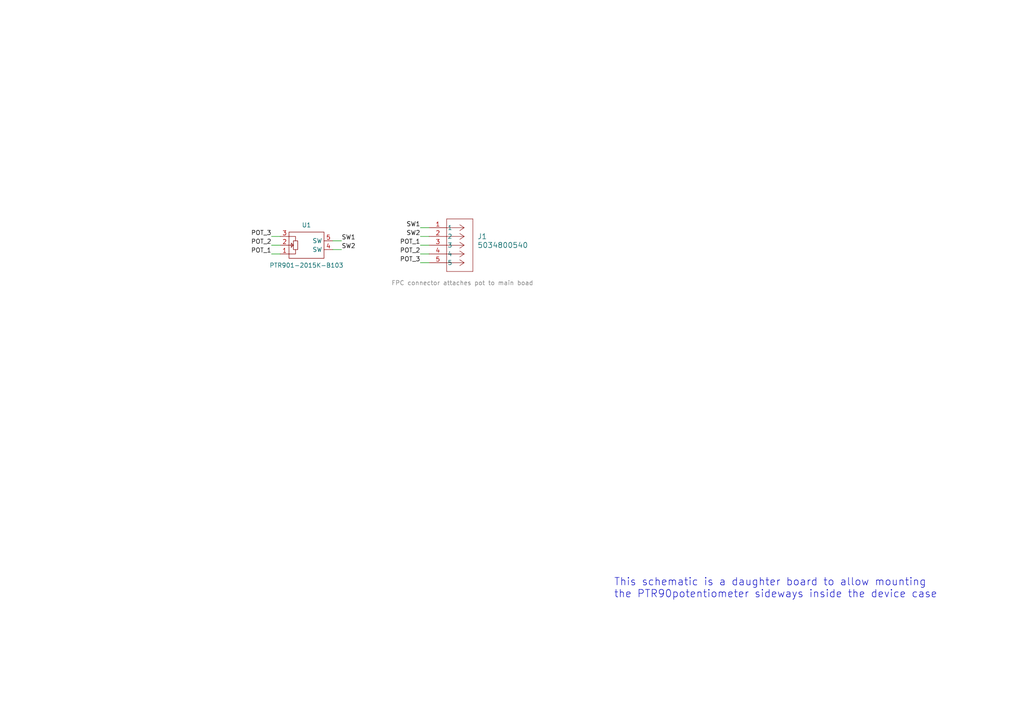
<source format=kicad_sch>
(kicad_sch (version 20250114) (generator "eeschema") (generator_version "9.0")
  (paper "A4")
  (lib_symbols
    (symbol "pocket_synth:5034800540" (pin_names (offset 0.254))
      (property "Reference" "J" (at 8.89 6.35 0))
      (property "Value" "5034800540" (at 0 0 0))
      (property "Footprint" "pocket_synth:CONN_503480-0540_MOL" (at 0 0 0))
      (symbol "5034800540_1_1"
        (polyline (pts (xy 5.08 2.54) (xy 5.08 -12.7)) (stroke (width 0.127)))
        (polyline (pts (xy 5.08 -12.7) (xy 12.7 -12.7)) (stroke (width 0.127)))
        (polyline (pts (xy 10.16 0) (xy 5.08 0)) (stroke (width 0.127)))
        (polyline (pts (xy 10.16 0) (xy 8.89 0.8467)) (stroke (width 0.127)))
        (polyline (pts (xy 10.16 0) (xy 8.89 -0.8467)) (stroke (width 0.127)))
        (polyline (pts (xy 10.16 -2.54) (xy 5.08 -2.54)) (stroke (width 0.127)))
        (polyline (pts (xy 10.16 -2.54) (xy 8.89 -1.6933)) (stroke (width 0.127)))
        (polyline (pts (xy 10.16 -2.54) (xy 8.89 -3.3867)) (stroke (width 0.127)))
        (polyline (pts (xy 10.16 -5.08) (xy 5.08 -5.08)) (stroke (width 0.127)))
        (polyline (pts (xy 10.16 -5.08) (xy 8.89 -4.2333)) (stroke (width 0.127)))
        (polyline (pts (xy 10.16 -5.08) (xy 8.89 -5.9267)) (stroke (width 0.127)))
        (polyline (pts (xy 10.16 -7.62) (xy 5.08 -7.62)) (stroke (width 0.127)))
        (polyline (pts (xy 10.16 -7.62) (xy 8.89 -6.7733)) (stroke (width 0.127)))
        (polyline (pts (xy 10.16 -7.62) (xy 8.89 -8.4667)) (stroke (width 0.127)))
        (polyline (pts (xy 10.16 -10.16) (xy 5.08 -10.16)) (stroke (width 0.127)))
        (polyline (pts (xy 10.16 -10.16) (xy 8.89 -9.3133)) (stroke (width 0.127)))
        (polyline (pts (xy 10.16 -10.16) (xy 8.89 -11.0067)) (stroke (width 0.127)))
        (polyline (pts (xy 12.7 2.54) (xy 5.08 2.54)) (stroke (width 0.127)))
        (polyline (pts (xy 12.7 -12.7) (xy 12.7 2.54)) (stroke (width 0.127)))
        (pin unspecified line (at 0 0 0) (length 5.08) (name "1") (number "1"))
        (pin unspecified line (at 0 -2.54 0) (length 5.08) (name "2") (number "2"))
        (pin unspecified line (at 0 -5.08 0) (length 5.08) (name "3") (number "3"))
        (pin unspecified line (at 0 -7.62 0) (length 5.08) (name "4") (number "4"))
        (pin unspecified line (at 0 -10.16 0) (length 5.08) (name "5") (number "5"))
      )
      (symbol "5034800540_1_2"
        (polyline (pts (xy 5.08 2.54) (xy 5.08 -12.7)) (stroke (width 0.127)))
        (polyline (pts (xy 5.08 -12.7) (xy 12.7 -12.7)) (stroke (width 0.127)))
        (polyline (pts (xy 7.62 0) (xy 5.08 0)) (stroke (width 0.127)))
        (polyline (pts (xy 7.62 0) (xy 8.89 0.8467)) (stroke (width 0.127)))
        (polyline (pts (xy 7.62 0) (xy 8.89 -0.8467)) (stroke (width 0.127)))
        (polyline (pts (xy 7.62 -2.54) (xy 5.08 -2.54)) (stroke (width 0.127)))
        (polyline (pts (xy 7.62 -2.54) (xy 8.89 -1.6933)) (stroke (width 0.127)))
        (polyline (pts (xy 7.62 -2.54) (xy 8.89 -3.3867)) (stroke (width 0.127)))
        (polyline (pts (xy 7.62 -5.08) (xy 5.08 -5.08)) (stroke (width 0.127)))
        (polyline (pts (xy 7.62 -5.08) (xy 8.89 -4.2333)) (stroke (width 0.127)))
        (polyline (pts (xy 7.62 -5.08) (xy 8.89 -5.9267)) (stroke (width 0.127)))
        (polyline (pts (xy 7.62 -7.62) (xy 5.08 -7.62)) (stroke (width 0.127)))
        (polyline (pts (xy 7.62 -7.62) (xy 8.89 -6.7733)) (stroke (width 0.127)))
        (polyline (pts (xy 7.62 -7.62) (xy 8.89 -8.4667)) (stroke (width 0.127)))
        (polyline (pts (xy 7.62 -10.16) (xy 5.08 -10.16)) (stroke (width 0.127)))
        (polyline (pts (xy 7.62 -10.16) (xy 8.89 -9.3133)) (stroke (width 0.127)))
        (polyline (pts (xy 7.62 -10.16) (xy 8.89 -11.0067)) (stroke (width 0.127)))
        (polyline (pts (xy 12.7 2.54) (xy 5.08 2.54)) (stroke (width 0.127)))
        (polyline (pts (xy 12.7 -12.7) (xy 12.7 2.54)) (stroke (width 0.127)))
        (pin unspecified line (at 0 0 0) (length 5.08) (name "1") (number "1"))
        (pin unspecified line (at 0 -2.54 0) (length 5.08) (name "2") (number "2"))
        (pin unspecified line (at 0 -5.08 0) (length 5.08) (name "3") (number "3"))
        (pin unspecified line (at 0 -7.62 0) (length 5.08) (name "4") (number "4"))
        (pin unspecified line (at 0 -10.16 0) (length 5.08) (name "5") (number "5"))
      )
    )
    (symbol "pocket_synth:PTR901-2015K-B103"
      (property "Reference" "U" (at 0 0 0))
      (symbol "PTR901-2015K-B103_0_1"
        (rectangle (start -5.08 3.81) (end 5.08 -3.81))
        (polyline (pts (xy 3.175 1.27) (xy 3.175 2.54) (xy 5.08 2.54)))
        (polyline (pts (xy 3.175 -1.27) (xy 3.175 -2.54) (xy 5.08 -2.54)))
        (rectangle (start 3.81 1.27) (end 2.54 -1.27))
        (polyline (pts (xy 3.81 0) (xy 5.08 0)))
        (polyline (pts (xy 3.81 0) (xy 4.445 -0.635) (xy 4.445 0.635) (xy 3.81 0)))
      )
      (symbol "PTR901-2015K-B103_1_1"
        (pin input line (at -7.62 1.27 0) (length 2.54) (name "SW") (number "4"))
        (pin input line (at -7.62 -1.27 0) (length 2.54) (name "SW") (number "5"))
        (pin input line (at 7.62 2.54 180) (length 2.54) (name "") (number "1"))
        (pin input line (at 7.62 0 180) (length 2.54) (name "") (number "2"))
        (pin input line (at 7.62 -2.54 180) (length 2.54) (name "") (number "3"))
      )
    )
  )
  (text "FPC connector attaches pot to main boad" (at 134.112 82.296 0) (effects (font (size 1.27 1.27))))
  (text "This schematic is a daughter board to allow mounting\nthe PTR90potentiometer sideways inside the device case" (at 178.054 167.64 0) (effects (font (size 2.159 2.159)) (justify left top)))
  (wire (pts (xy 78.74 73.66) (xy 81.28 73.66)))
  (wire (pts (xy 121.92 76.2) (xy 124.46 76.2)))
  (wire (pts (xy 78.74 71.12) (xy 81.28 71.12)))
  (wire (pts (xy 96.52 72.39) (xy 99.06 72.39)))
  (wire (pts (xy 121.92 66.04) (xy 124.46 66.04)))
  (wire (pts (xy 121.92 73.66) (xy 124.46 73.66)))
  (wire (pts (xy 78.74 68.58) (xy 81.28 68.58)))
  (wire (pts (xy 121.92 71.12) (xy 124.46 71.12)))
  (wire (pts (xy 121.92 68.58) (xy 124.46 68.58)))
  (wire (pts (xy 96.52 69.85) (xy 99.06 69.85)))
  (label "POT_3" (at 121.92 76.2 180))
  (label "SW1" (at 99.06 69.85 0))
  (label "POT_2" (at 78.74 71.12 180))
  (label "SW2" (at 99.06 72.39 0))
  (label "SW2" (at 121.92 68.58 180))
  (label "POT_1" (at 121.92 71.12 180))
  (label "SW1" (at 121.92 66.04 180))
  (label "POT_3" (at 78.74 68.58 180))
  (label "POT_2" (at 121.92 73.66 180))
  (label "POT_1" (at 78.74 73.66 180))
  (symbol (lib_id "pocket_synth:PTR901-2015K-B103") (at 88.9 71.12 180) (unit 1)
    (property "Reference" "U1" (at 88.9 65.278 0))
    (property "Value" "PTR901-2015K-B103" (at 88.9 76.962 0))
    (property "Footprint" "pocket_synth:PTR901-2015K-B103" (effects (hide yes)))
  )
  (symbol (lib_id "pocket_synth:5034800540") (at 124.46 66.04 0) (unit 1)
    (property "Reference" "J1" (at 138.43 68.5799 0) (effects (font (size 1.524 1.524)) (justify left)))
    (property "Value" "5034800540" (at 138.43 71.1199 0) (effects (font (size 1.524 1.524)) (justify left)))
    (property "Footprint" "pocket_synth:CONN_503480-0540_MOL" (effects (hide yes)))
    (property "Datasheet" "https://www.molex.com/en-us/products/part-detail-pdf/5034800540?display=pdf" (effects (hide yes)))
  )
)
</source>
